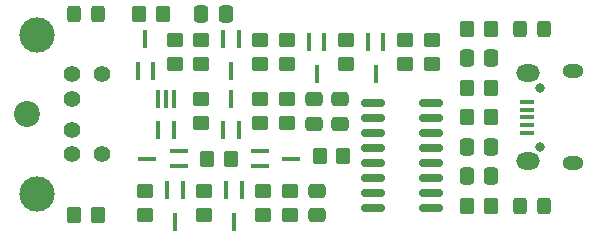
<source format=gbr>
%TF.GenerationSoftware,KiCad,Pcbnew,(6.0.0)*%
%TF.CreationDate,2022-01-04T17:40:29-06:00*%
%TF.ProjectId,minirib-usb,6d696e69-7269-4622-9d75-73622e6b6963,B*%
%TF.SameCoordinates,Original*%
%TF.FileFunction,Soldermask,Top*%
%TF.FilePolarity,Negative*%
%FSLAX46Y46*%
G04 Gerber Fmt 4.6, Leading zero omitted, Abs format (unit mm)*
G04 Created by KiCad (PCBNEW (6.0.0)) date 2022-01-04 17:40:29*
%MOMM*%
%LPD*%
G01*
G04 APERTURE LIST*
G04 Aperture macros list*
%AMRoundRect*
0 Rectangle with rounded corners*
0 $1 Rounding radius*
0 $2 $3 $4 $5 $6 $7 $8 $9 X,Y pos of 4 corners*
0 Add a 4 corners polygon primitive as box body*
4,1,4,$2,$3,$4,$5,$6,$7,$8,$9,$2,$3,0*
0 Add four circle primitives for the rounded corners*
1,1,$1+$1,$2,$3*
1,1,$1+$1,$4,$5*
1,1,$1+$1,$6,$7*
1,1,$1+$1,$8,$9*
0 Add four rect primitives between the rounded corners*
20,1,$1+$1,$2,$3,$4,$5,0*
20,1,$1+$1,$4,$5,$6,$7,0*
20,1,$1+$1,$6,$7,$8,$9,0*
20,1,$1+$1,$8,$9,$2,$3,0*%
G04 Aperture macros list end*
%ADD10RoundRect,0.250000X-0.337500X-0.475000X0.337500X-0.475000X0.337500X0.475000X-0.337500X0.475000X0*%
%ADD11RoundRect,0.250000X-0.475000X0.337500X-0.475000X-0.337500X0.475000X-0.337500X0.475000X0.337500X0*%
%ADD12RoundRect,0.250000X0.475000X-0.337500X0.475000X0.337500X-0.475000X0.337500X-0.475000X-0.337500X0*%
%ADD13RoundRect,0.249999X0.325001X0.450001X-0.325001X0.450001X-0.325001X-0.450001X0.325001X-0.450001X0*%
%ADD14R,0.450000X1.500000*%
%ADD15R,1.500000X0.450000*%
%ADD16RoundRect,0.249999X-0.350001X-0.450001X0.350001X-0.450001X0.350001X0.450001X-0.350001X0.450001X0*%
%ADD17RoundRect,0.249999X0.350001X0.450001X-0.350001X0.450001X-0.350001X-0.450001X0.350001X-0.450001X0*%
%ADD18RoundRect,0.249999X-0.450001X0.350001X-0.450001X-0.350001X0.450001X-0.350001X0.450001X0.350001X0*%
%ADD19RoundRect,0.249999X0.450001X-0.350001X0.450001X0.350001X-0.450001X0.350001X-0.450001X-0.350001X0*%
%ADD20R,0.400000X1.500000*%
%ADD21C,2.200000*%
%ADD22C,1.400000*%
%ADD23C,3.000000*%
%ADD24O,0.800000X0.800000*%
%ADD25R,1.300000X0.450000*%
%ADD26O,1.800000X1.150000*%
%ADD27O,2.000000X1.450000*%
%ADD28RoundRect,0.250000X-0.350000X-0.450000X0.350000X-0.450000X0.350000X0.450000X-0.350000X0.450000X0*%
%ADD29RoundRect,0.250000X-0.450000X0.350000X-0.450000X-0.350000X0.450000X-0.350000X0.450000X0.350000X0*%
%ADD30RoundRect,0.150000X0.825000X0.150000X-0.825000X0.150000X-0.825000X-0.150000X0.825000X-0.150000X0*%
G04 APERTURE END LIST*
D10*
%TO.C,C1*%
X162212500Y-103750000D03*
X164287500Y-103750000D03*
%TD*%
%TO.C,C4*%
X162212500Y-96250000D03*
X164287500Y-96250000D03*
%TD*%
D11*
%TO.C,C5*%
X149500000Y-107462500D03*
X149500000Y-109537500D03*
%TD*%
D10*
%TO.C,C6*%
X139712500Y-92500000D03*
X141787500Y-92500000D03*
%TD*%
D12*
%TO.C,C7*%
X149250000Y-101787500D03*
X149250000Y-99712500D03*
%TD*%
D11*
%TO.C,C8*%
X151500000Y-99712500D03*
X151500000Y-101787500D03*
%TD*%
D13*
%TO.C,D5*%
X168775000Y-108750000D03*
X166725000Y-108750000D03*
%TD*%
%TO.C,D6*%
X168775000Y-93750000D03*
X166725000Y-93750000D03*
%TD*%
%TO.C,D7*%
X131025000Y-92500000D03*
X128975000Y-92500000D03*
%TD*%
D14*
%TO.C,Q1*%
X138150000Y-107420000D03*
X136850000Y-107420000D03*
X137500000Y-110080000D03*
%TD*%
D15*
%TO.C,Q2*%
X144670000Y-104100000D03*
X144670000Y-105400000D03*
X147330000Y-104750000D03*
%TD*%
D14*
%TO.C,Q3*%
X134350000Y-97330000D03*
X135650000Y-97330000D03*
X135000000Y-94670000D03*
%TD*%
%TO.C,Q4*%
X143150000Y-107420000D03*
X141850000Y-107420000D03*
X142500000Y-110080000D03*
%TD*%
%TO.C,Q5*%
X141600000Y-102330000D03*
X142900000Y-102330000D03*
X142250000Y-99670000D03*
%TD*%
%TO.C,Q6*%
X142900000Y-94670000D03*
X141600000Y-94670000D03*
X142250000Y-97330000D03*
%TD*%
%TO.C,Q7*%
X155150000Y-94920000D03*
X153850000Y-94920000D03*
X154500000Y-97580000D03*
%TD*%
D16*
%TO.C,R1*%
X162250000Y-98750000D03*
X164250000Y-98750000D03*
%TD*%
D17*
%TO.C,R2*%
X164250000Y-101250000D03*
X162250000Y-101250000D03*
%TD*%
D16*
%TO.C,R5*%
X162250000Y-108750000D03*
X164250000Y-108750000D03*
%TD*%
D17*
%TO.C,R6*%
X164250000Y-93750000D03*
X162250000Y-93750000D03*
%TD*%
D18*
%TO.C,R7*%
X140000000Y-107500000D03*
X140000000Y-109500000D03*
%TD*%
D17*
%TO.C,R8*%
X151750000Y-104500000D03*
X149750000Y-104500000D03*
%TD*%
D16*
%TO.C,R9*%
X134500000Y-92500000D03*
X136500000Y-92500000D03*
%TD*%
D18*
%TO.C,R10*%
X147250000Y-107500000D03*
X147250000Y-109500000D03*
%TD*%
D19*
%TO.C,R11*%
X135000000Y-109500000D03*
X135000000Y-107500000D03*
%TD*%
%TO.C,R12*%
X145000000Y-109500000D03*
X145000000Y-107500000D03*
%TD*%
D18*
%TO.C,R13*%
X147000000Y-99750000D03*
X147000000Y-101750000D03*
%TD*%
D19*
%TO.C,R14*%
X137500000Y-96750000D03*
X137500000Y-94750000D03*
%TD*%
D18*
%TO.C,R15*%
X144750000Y-99750000D03*
X144750000Y-101750000D03*
%TD*%
%TO.C,R16*%
X139750000Y-94750000D03*
X139750000Y-96750000D03*
%TD*%
D19*
%TO.C,R17*%
X139750000Y-101750000D03*
X139750000Y-99750000D03*
%TD*%
D18*
%TO.C,R18*%
X144750000Y-94750000D03*
X144750000Y-96750000D03*
%TD*%
D19*
%TO.C,R19*%
X147000000Y-96750000D03*
X147000000Y-94750000D03*
%TD*%
D18*
%TO.C,R20*%
X157000000Y-94750000D03*
X157000000Y-96750000D03*
%TD*%
%TO.C,R21*%
X159250000Y-94750000D03*
X159250000Y-96750000D03*
%TD*%
D17*
%TO.C,R22*%
X131000000Y-109500000D03*
X129000000Y-109500000D03*
%TD*%
D20*
%TO.C,U2*%
X137400000Y-99670000D03*
X136750000Y-99670000D03*
X136100000Y-99670000D03*
X136100000Y-102330000D03*
X137400000Y-102330000D03*
%TD*%
D21*
%TO.C,J2*%
X125000000Y-101000000D03*
D22*
X128800000Y-102300000D03*
X128800000Y-99700000D03*
X128800000Y-104400000D03*
X128800000Y-97600000D03*
X131300000Y-104400000D03*
X131300000Y-97600000D03*
D23*
X125800000Y-107750000D03*
X125800000Y-94250000D03*
%TD*%
D24*
%TO.C,J1*%
X168450000Y-103750000D03*
X168450000Y-98750000D03*
D25*
X167350000Y-102550000D03*
X167350000Y-101900000D03*
X167350000Y-101250000D03*
X167350000Y-100600000D03*
X167350000Y-99950000D03*
D26*
X171200000Y-97375000D03*
X171200000Y-105125000D03*
D27*
X167400000Y-104975000D03*
X167400000Y-97525000D03*
%TD*%
D14*
%TO.C,Q9*%
X150150000Y-94920000D03*
X148850000Y-94920000D03*
X149500000Y-97580000D03*
%TD*%
D28*
%TO.C,R23*%
X140250000Y-104750000D03*
X142250000Y-104750000D03*
%TD*%
D29*
%TO.C,R24*%
X152000000Y-94750000D03*
X152000000Y-96750000D03*
%TD*%
D10*
%TO.C,C10*%
X162212500Y-106250000D03*
X164287500Y-106250000D03*
%TD*%
D15*
%TO.C,Q8*%
X137830000Y-105400000D03*
X137830000Y-104100000D03*
X135170000Y-104750000D03*
%TD*%
D30*
%TO.C,U1*%
X159225000Y-108945000D03*
X159225000Y-107675000D03*
X159225000Y-106405000D03*
X159225000Y-105135000D03*
X159225000Y-103865000D03*
X159225000Y-102595000D03*
X159225000Y-101325000D03*
X159225000Y-100055000D03*
X154275000Y-100055000D03*
X154275000Y-101325000D03*
X154275000Y-102595000D03*
X154275000Y-103865000D03*
X154275000Y-105135000D03*
X154275000Y-106405000D03*
X154275000Y-107675000D03*
X154275000Y-108945000D03*
%TD*%
M02*

</source>
